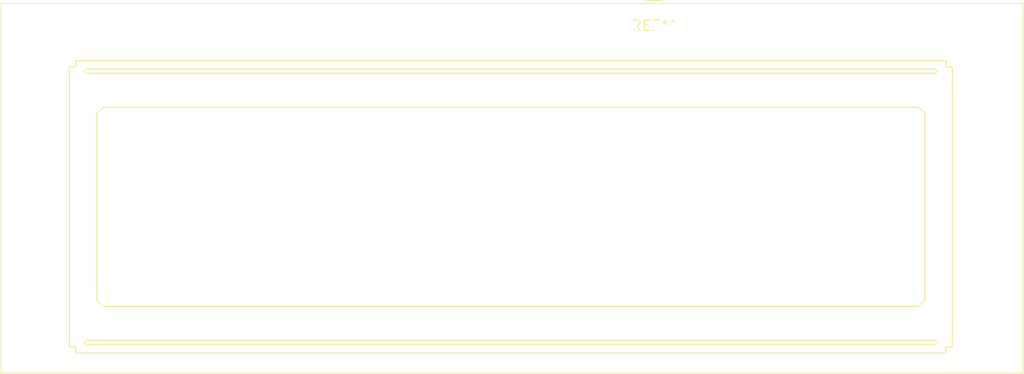
<source format=kicad_pcb>
(kicad_pcb (version 20240108) (generator pcbnew)
  (layers (0 "F.Cu" signal) (31 "B.Cu" signal) (34 "B.Paste" user) (35 "F.Paste" user) (36 "B.SilkS" user "B.Silkscreen") (37 "F.SilkS" user "F.Silkscreen") (38 "B.Mask" user) (39 "F.Mask" user) (44 "Edge.Cuts" user))
  (net 0 "")
  (footprint "LCD-016N002L" (layer "F.Cu") (at 0 0)
    (property "Reference" "REF**")
    (property "Value" "LCD-016N002L")
    (fp_line (start -78.14 -2.64) (end -78.14 41.64) (layer "F.SilkS") (stroke (width 0.12)))
    (fp_line (start -78.14 41.64) (end 44.14 41.64) (layer "F.SilkS") (stroke (width 0.12)))
    (fp_line (start -69.977 4.953) (end -69.977 38.481) (layer "F.SilkS") (stroke (width 0.15)))
    (fp_line (start -69.215 4.191) (end -69.215 4.953) (layer "F.SilkS") (stroke (width 0.15)))
    (fp_line (start -69.215 4.953) (end -69.977 4.953) (layer "F.SilkS") (stroke (width 0.15)))
    (fp_line (start -69.215 38.481) (end -69.977 38.481) (layer "F.SilkS") (stroke (width 0.15)))
    (fp_line (start -69.215 39.243) (end -69.215 38.481) (layer "F.SilkS") (stroke (width 0.15)))
    (fp_line (start -69.215 39.243) (end 34.925 39.243) (layer "F.SilkS") (stroke (width 0.15)))
    (fp_line (start -68.199 5.461) (end -67.945 5.715) (layer "F.SilkS") (stroke (width 0.15)))
    (fp_line (start -68.199 37.973) (end -67.945 38.227) (layer "F.SilkS") (stroke (width 0.15)))
    (fp_line (start -67.945 5.207) (end -68.199 5.461) (layer "F.SilkS") (stroke (width 0.15)))
    (fp_line (start -67.945 5.715) (end 33.655 5.715) (layer "F.SilkS") (stroke (width 0.15)))
    (fp_line (start -67.945 37.719) (end -68.199 37.973) (layer "F.SilkS") (stroke (width 0.15)))
    (fp_line (start -67.945 38.227) (end 33.655 38.227) (layer "F.SilkS") (stroke (width 0.15)))
    (fp_line (start -66.675 10.541) (end -65.913 9.779) (layer "F.SilkS") (stroke (width 0.15)))
    (fp_line (start -66.675 32.893) (end -66.675 10.541) (layer "F.SilkS") (stroke (width 0.15)))
    (fp_line (start -65.913 9.779) (end 31.623 9.779) (layer "F.SilkS") (stroke (width 0.15)))
    (fp_line (start -65.913 33.655) (end -66.675 32.893) (layer "F.SilkS") (stroke (width 0.15)))
    (fp_line (start -1 -3) (end 1 -3) (layer "F.SilkS") (stroke (width 0.12)))
    (fp_line (start 31.623 9.779) (end 32.385 10.541) (layer "F.SilkS") (stroke (width 0.15)))
    (fp_line (start 31.623 33.655) (end -65.913 33.655) (layer "F.SilkS") (stroke (width 0.15)))
    (fp_line (start 32.385 10.541) (end 32.385 32.893) (layer "F.SilkS") (stroke (width 0.15)))
    (fp_line (start 32.385 32.893) (end 31.623 33.655) (layer "F.SilkS") (stroke (width 0.15)))
    (fp_line (start 33.655 5.207) (end -67.945 5.207) (layer "F.SilkS") (stroke (width 0.15)))
    (fp_line (start 33.655 5.207) (end 33.909 5.461) (layer "F.SilkS") (stroke (width 0.15)))
    (fp_line (start 33.655 37.719) (end -67.945 37.719) (layer "F.SilkS") (stroke (width 0.15)))
    (fp_line (start 33.655 38.227) (end 33.909 37.973) (layer "F.SilkS") (stroke (width 0.15)))
    (fp_line (start 33.909 5.461) (end 33.655 5.715) (layer "F.SilkS") (stroke (width 0.15)))
    (fp_line (start 33.909 37.973) (end 33.655 37.719) (layer "F.SilkS") (stroke (width 0.15)))
    (fp_line (start 34.925 4.191) (end -69.215 4.191) (layer "F.SilkS") (stroke (width 0.15)))
    (fp_line (start 34.925 4.191) (end 34.925 4.953) (layer "F.SilkS") (stroke (width 0.15)))
    (fp_line (start 34.925 4.953) (end 35.687 4.953) (layer "F.SilkS") (stroke (width 0.15)))
    (fp_line (start 34.925 38.481) (end 34.925 39.243) (layer "F.SilkS") (stroke (width 0.15)))
    (fp_line (start 35.687 38.481) (end 34.925 38.481) (layer "F.SilkS") (stroke (width 0.15)))
    (fp_line (start 35.687 38.481) (end 35.687 4.953) (layer "F.SilkS") (stroke (width 0.15)))
    (fp_line (start 44.14 -2.64) (end -78.14 -2.64) (layer "F.SilkS") (stroke (width 0.12)))
    (fp_line (start 44.14 -2.64) (end 44.14 41.64) (layer "F.SilkS") (stroke (width 0.12)))
    (pad "" thru_hole circle (at -74.5 1 180) (size 6.5 6.5) (drill 3.5) (layers *.Cu *.Mask) (remove_unused_layers))
    (pad "" thru_hole circle (at -74.5 38 180) (size 6.5 6.5) (drill 3.5) (layers *.Cu *.Mask) (remove_unused_layers))
    (pad "" thru_hole circle (at 40.5 1 180) (size 6.5 6.5) (drill 3.5) (layers *.Cu *.Mask) (remove_unused_layers))
    (pad "" thru_hole circle (at 40.5 38 180) (size 6.5 6.5) (drill 3.5) (layers *.Cu *.Mask) (remove_unused_layers))
    (pad "1" thru_hole rect (at 0 0 180) (size 1.5 3) (drill 1) (layers *.Cu *.Mask) (remove_unused_layers))
    (pad "2" thru_hole oval (at 2.54 0 180) (size 1.5 3) (drill 1) (layers *.Cu *.Mask) (remove_unused_layers))
    (pad "3" thru_hole oval (at 5.08 0 180) (size 1.5 3) (drill 1) (layers *.Cu *.Mask) (remove_unused_layers))
    (pad "4" thru_hole oval (at 7.62 0 180) (size 1.5 3) (drill 1) (layers *.Cu *.Mask) (remove_unused_layers))
    (pad "5" thru_hole oval (at 10.16 0 180) (size 1.5 3) (drill 1) (layers *.Cu *.Mask) (remove_unused_layers))
    (pad "6" thru_hole oval (at 12.7 0 180) (size 1.5 3) (drill 1) (layers *.Cu *.Mask) (remove_unused_layers))
    (pad "7" thru_hole oval (at 15.24 0 180) (size 1.5 3) (drill 1) (layers *.Cu *.Mask) (remove_unused_layers))
    (pad "8" thru_hole oval (at 17.78 0 180) (size 1.5 3) (drill 1) (layers *.Cu *.Mask) (remove_unused_layers))
    (pad "9" thru_hole oval (at 20.32 0 180) (size 1.5 3) (drill 1) (layers *.Cu *.Mask) (remove_unused_layers))
    (pad "10" thru_hole oval (at 22.86 0 180) (size 1.5 3) (drill 1) (layers *.Cu *.Mask) (remove_unused_layers))
    (pad "11" thru_hole oval (at 25.4 0 180) (size 1.5 3) (drill 1) (layers *.Cu *.Mask) (remove_unused_layers))
    (pad "12" thru_hole oval (at 27.94 0 180) (size 1.5 3) (drill 1) (layers *.Cu *.Mask) (remove_unused_layers))
    (pad "13" thru_hole oval (at 30.48 0 180) (size 1.5 3) (drill 1) (layers *.Cu *.Mask) (remove_unused_layers))
    (pad "14" thru_hole oval (at 33.02 0 180) (size 1.5 3) (drill 1) (layers *.Cu *.Mask) (remove_unused_layers))
    (pad "15" thru_hole oval (at -2.54 0 180) (size 1.5 3) (drill 1) (layers *.Cu *.Mask) (remove_unused_layers))
    (pad "16" thru_hole oval (at -5.08 0 180) (size 1.5 3) (drill 1) (layers *.Cu *.Mask) (remove_unused_layers))
    (pad "A1" thru_hole rect (at -75.5 14 180) (size 2 2) (drill 1) (layers *.Cu *.Mask) (remove_unused_layers))
    (pad "A2" thru_hole rect (at -75.5 25 180) (size 2 2) (drill 1) (layers *.Cu *.Mask) (remove_unused_layers))
    (pad "K1" thru_hole rect (at -75.5 18 180) (size 2 2) (drill 1) (layers *.Cu *.Mask) (remove_unused_layers))
    (pad "K2" thru_hole rect (at -75.5 29 180) (size 2 2) (drill 1) (layers *.Cu *.Mask) (remove_unused_layers))
  )
)
</source>
